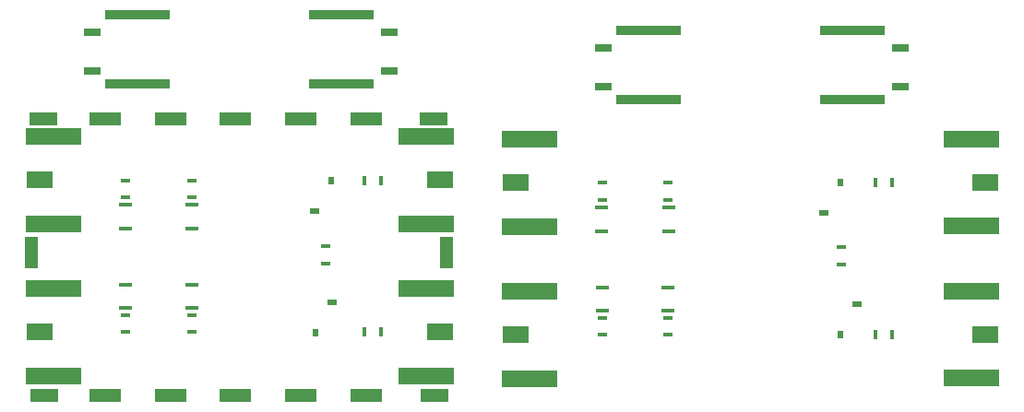
<source format=gtp>
%FSTAX23Y23*%
%MOIN*%
%SFA1B1*%

%IPPOS*%
%ADD10R,0.205000X0.063000*%
%ADD11R,0.093000X0.059000*%
%ADD12R,0.034000X0.014000*%
%ADD13R,0.014000X0.034000*%
%ADD14R,0.232000X0.038000*%
%ADD15R,0.062992X0.030000*%
%ADD16R,0.050000X0.015000*%
%ADD17R,0.033000X0.020000*%
%ADD18R,0.020000X0.030000*%
%ADD19R,0.100000X0.050000*%
%ADD20R,0.118000X0.050000*%
%ADD21R,0.050000X0.118000*%
%LNpcb1-1*%
%LPD*%
G54D10*
X06646Y02947D03*
Y02632D03*
X05049Y02631D03*
Y02947D03*
Y03181D03*
Y03497D03*
X06646Y03497D03*
Y03182D03*
X04675Y02956D03*
Y02641D03*
X03328Y0264D03*
Y02956D03*
Y0319D03*
Y03506D03*
X04675Y03506D03*
Y03191D03*
G54D11*
X06696Y0279D03*
X04999Y02789D03*
Y03339D03*
X06696Y0334D03*
X04725Y02799D03*
X03278Y02798D03*
Y03348D03*
X04725Y03349D03*
G54D12*
X06176Y03044D03*
Y03107D03*
X0531Y03276D03*
Y03338D03*
X05311Y02851D03*
Y02789D03*
X05549Y03276D03*
Y03338D03*
X05549Y02851D03*
Y02789D03*
X03828Y03285D03*
Y03347D03*
X03588Y0286D03*
Y02798D03*
X04312Y03047D03*
Y0311D03*
X03589Y03285D03*
Y03347D03*
X03828Y0286D03*
Y02798D03*
G54D13*
X06297Y02789D03*
X06359D03*
X06297Y03338D03*
X06359D03*
X04451Y03347D03*
X04513D03*
X04451Y02798D03*
X04513D03*
G54D14*
X05479Y03641D03*
Y03889D03*
X06215Y03641D03*
Y03889D03*
X04369Y03697D03*
Y03945D03*
X03633Y03697D03*
Y03945D03*
G54D15*
X05315Y03687D03*
Y03827D03*
X06389Y03687D03*
Y03827D03*
X04543Y03743D03*
Y03883D03*
X03469Y03743D03*
Y03883D03*
G54D16*
X05309Y03164D03*
Y03249D03*
X0531Y02961D03*
Y02876D03*
X0555Y03164D03*
Y03249D03*
X05549Y02961D03*
Y02876D03*
X03829Y03173D03*
Y03258D03*
X03828Y0297D03*
Y02885D03*
X03588Y03173D03*
Y03258D03*
X03589Y0297D03*
Y02885D03*
G54D17*
X06233Y02898D03*
X06113Y03228D03*
X0427Y03237D03*
X04336Y02906D03*
G54D18*
X06173Y02788D03*
X06173Y03338D03*
X0433Y03347D03*
X04276Y02796D03*
G54D19*
X03293Y0357D03*
X03296Y02571D03*
X04705Y0257D03*
X04702Y0357D03*
G54D20*
X03514Y02571D03*
X0375Y02571D03*
X03986Y02571D03*
X04222D03*
X04458D03*
X03514Y0357D03*
X0375D03*
X03986D03*
X04222D03*
X04458D03*
G54D21*
X03248Y03085D03*
X04749D03*
M02*
</source>
